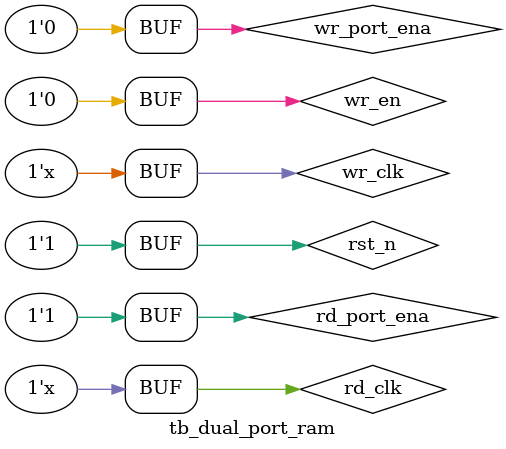
<source format=v>
`timescale 1ns / 1ps


module tb_dual_port_ram(

    );
    
    //参数定义
    parameter   RAM_DEPTH       = 'd64     , //RAM深度
                RAM_ADDR_WIDTH  = 'd6      , //读写地址宽度, 需与RAM_DEPTH匹配
                RAM_DATA_WIDTH  = 'd8      , //RAM数据位宽
                RAM_RD_WIDTH    = 'd32     , //RAM读取数据位宽
                RAM_RD2WR       = 'd4      ; //读数据位宽和RAM位宽的比, 即一次读取的RAM单元数量, RAM_RD2WR = RAM_RD_WIDTH/RAM_DATA_WIDTH
                            
                
    
    //DUT输入输出
    reg                        wr_clk          ; //写时钟
    reg                        wr_port_ena     ; //写端口使能, 高有效
    reg                        wr_en           ; //写数据使能
    reg [RAM_ADDR_WIDTH-1:0]   wr_addr         ; //写地址
    reg [RAM_DATA_WIDTH-1:0]   wr_data         ; //写数据
                                               
    //读端口                                  
    reg                        rd_clk          ; //读时钟
    reg                        rd_port_ena     ; //读端口使能, 高有效
    reg [RAM_ADDR_WIDTH-1:0]   rd_addr         ; //读地址
    wire[RAM_RD_WIDTH-1:0]     rd_data         ; //读数据
    
    //复位标志
    reg                        rst_n           ;
    
    
    initial begin
        rst_n <= 1'b0;
        wr_clk = 1'b1;
        rd_clk = 1'b1;
        wr_en <= 1'b0;
        wr_port_ena <= 1'b0;
        rd_port_ena <= 1'b0;
    #20
        rst_n <= 1'b1;
        wr_port_ena <= 1'b1;
        wr_en <= 1'b1;
    #(20*20)
        wr_port_ena <= 1'b0; //写使能有效但写端口失效
    #(10*20)
        wr_en <= 1'b0;
    #(10*3) 
        rd_port_ena <= 1'b1; //读端口和读使能都有效
    end
    
    //写地址更新
    always@(posedge wr_clk) begin
        if(~rst_n) begin
            wr_addr <= 'd0;
        end else if(wr_en && wr_port_ena) begin
            wr_addr <= wr_addr + 'd1;
        end else begin
            wr_addr <= wr_addr;
        end
    end
    
    //写数据更新
    always@(posedge wr_clk) begin
        if(~rst_n) begin
            wr_data <= 'd0;
        end else if(wr_en && wr_port_ena) begin
            wr_data <= wr_data + 'd1;
        end else begin
            wr_data <= wr_data;
        end
    end   
    
    //读地址更新
    always@(posedge rd_clk) begin
        if(~rst_n) begin
            rd_addr <= 'd0;
        end else if(rd_port_ena) begin
            rd_addr <= rd_addr + RAM_RD2WR;
        end else begin
            rd_addr <= rd_addr;
        end
    end
    
    
    //wr_clk 50Mhz
    always#10 wr_clk = ~wr_clk;
    
    //rd_clk 100Mhz
    always#5 rd_clk = ~rd_clk;    
    
    
    //DUT例化
    dual_port_ram
    #(.RAM_DEPTH       (RAM_DEPTH       ), //RAM深度
      .RAM_ADDR_WIDTH  (RAM_ADDR_WIDTH  ), //读写地址宽度, 需与RAM_DEPTH匹配
      .RAM_DATA_WIDTH  (RAM_DATA_WIDTH  ), //RAM数据位宽
      .RAM_RD_WIDTH    (RAM_RD_WIDTH    ),
      .RAM_RD2WR       (RAM_RD2WR       ) 
      
      
    ) dual_port_ram_inst
    (
        //写端口
        .wr_clk          (wr_clk          ), //写时钟
        .wr_port_ena     (wr_port_ena     ), //写端口使能, 高有效
        .wr_en           (wr_en           ), //写数据使能
        .wr_addr         (wr_addr         ), //写地址
        .wr_data         (wr_data         ), //写数据
        
        //读端口
        .rd_clk          (rd_clk          ), //读时钟
        .rd_port_ena     (rd_port_ena     ), //读端口使能, 高有效
        .rd_addr         (rd_addr         ), //读地址
        .rd_data         (rd_data         )  //读数据
    );
endmodule

</source>
